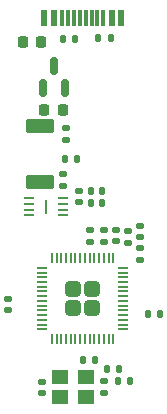
<source format=gbr>
%TF.GenerationSoftware,KiCad,Pcbnew,9.0.1*%
%TF.CreationDate,2026-01-11T04:45:36+00:00*%
%TF.ProjectId,heidi-pico,68656964-692d-4706-9963-6f2e6b696361,rev?*%
%TF.SameCoordinates,Original*%
%TF.FileFunction,Paste,Top*%
%TF.FilePolarity,Positive*%
%FSLAX46Y46*%
G04 Gerber Fmt 4.6, Leading zero omitted, Abs format (unit mm)*
G04 Created by KiCad (PCBNEW 9.0.1) date 2026-01-11 04:45:36*
%MOMM*%
%LPD*%
G01*
G04 APERTURE LIST*
G04 Aperture macros list*
%AMRoundRect*
0 Rectangle with rounded corners*
0 $1 Rounding radius*
0 $2 $3 $4 $5 $6 $7 $8 $9 X,Y pos of 4 corners*
0 Add a 4 corners polygon primitive as box body*
4,1,4,$2,$3,$4,$5,$6,$7,$8,$9,$2,$3,0*
0 Add four circle primitives for the rounded corners*
1,1,$1+$1,$2,$3*
1,1,$1+$1,$4,$5*
1,1,$1+$1,$6,$7*
1,1,$1+$1,$8,$9*
0 Add four rect primitives between the rounded corners*
20,1,$1+$1,$2,$3,$4,$5,0*
20,1,$1+$1,$4,$5,$6,$7,0*
20,1,$1+$1,$6,$7,$8,$9,0*
20,1,$1+$1,$8,$9,$2,$3,0*%
G04 Aperture macros list end*
%ADD10RoundRect,0.040000X-0.040000X-0.605000X0.040000X-0.605000X0.040000X0.605000X-0.040000X0.605000X0*%
%ADD11RoundRect,0.062500X-0.387500X-0.062500X0.387500X-0.062500X0.387500X0.062500X-0.387500X0.062500X0*%
%ADD12RoundRect,0.140000X-0.140000X-0.170000X0.140000X-0.170000X0.140000X0.170000X-0.140000X0.170000X0*%
%ADD13RoundRect,0.135000X-0.185000X0.135000X-0.185000X-0.135000X0.185000X-0.135000X0.185000X0.135000X0*%
%ADD14RoundRect,0.150000X0.150000X-0.587500X0.150000X0.587500X-0.150000X0.587500X-0.150000X-0.587500X0*%
%ADD15RoundRect,0.140000X0.170000X-0.140000X0.170000X0.140000X-0.170000X0.140000X-0.170000X-0.140000X0*%
%ADD16RoundRect,0.140000X-0.170000X0.140000X-0.170000X-0.140000X0.170000X-0.140000X0.170000X0.140000X0*%
%ADD17R,0.600000X1.450000*%
%ADD18R,0.300000X1.450000*%
%ADD19RoundRect,0.100000X-1.050000X0.525000X-1.050000X-0.525000X1.050000X-0.525000X1.050000X0.525000X0*%
%ADD20RoundRect,0.249999X-0.395001X-0.395001X0.395001X-0.395001X0.395001X0.395001X-0.395001X0.395001X0*%
%ADD21RoundRect,0.050000X-0.387500X-0.050000X0.387500X-0.050000X0.387500X0.050000X-0.387500X0.050000X0*%
%ADD22RoundRect,0.050000X-0.050000X-0.387500X0.050000X-0.387500X0.050000X0.387500X-0.050000X0.387500X0*%
%ADD23RoundRect,0.135000X0.135000X0.185000X-0.135000X0.185000X-0.135000X-0.185000X0.135000X-0.185000X0*%
%ADD24RoundRect,0.135000X-0.135000X-0.185000X0.135000X-0.185000X0.135000X0.185000X-0.135000X0.185000X0*%
%ADD25R,1.400000X1.200000*%
%ADD26RoundRect,0.225000X-0.225000X-0.250000X0.225000X-0.250000X0.225000X0.250000X-0.225000X0.250000X0*%
%ADD27RoundRect,0.140000X0.140000X0.170000X-0.140000X0.170000X-0.140000X-0.170000X0.140000X-0.170000X0*%
%ADD28RoundRect,0.225000X0.225000X0.250000X-0.225000X0.250000X-0.225000X-0.250000X0.225000X-0.250000X0*%
G04 APERTURE END LIST*
D10*
%TO.C,U3*%
X89250000Y-97000000D03*
D11*
X87825000Y-96250000D03*
X87825000Y-96750000D03*
X87825000Y-97250000D03*
X87825000Y-97750000D03*
X90675000Y-97750000D03*
X90675000Y-97250000D03*
X90675000Y-96750000D03*
X90675000Y-96250000D03*
%TD*%
D12*
%TO.C,C5*%
X93070000Y-95660000D03*
X94030000Y-95660000D03*
%TD*%
%TO.C,C10*%
X94450000Y-110750000D03*
X95410000Y-110750000D03*
%TD*%
D13*
%TO.C,R6*%
X90960000Y-90360000D03*
X90960000Y-91380000D03*
%TD*%
D14*
%TO.C,U2*%
X88960000Y-86967500D03*
X90860000Y-86967500D03*
X89910000Y-85092500D03*
%TD*%
D15*
%TO.C,C7*%
X97180000Y-101480000D03*
X97180000Y-100520000D03*
%TD*%
D12*
%TO.C,C8*%
X97920000Y-106080000D03*
X98880000Y-106080000D03*
%TD*%
D16*
%TO.C,C15*%
X94190000Y-111790000D03*
X94190000Y-112750000D03*
%TD*%
D17*
%TO.C,J1*%
X95600000Y-81007000D03*
X94800000Y-81007000D03*
D18*
X93600000Y-81007000D03*
X92600000Y-81007000D03*
X92100000Y-81007000D03*
X91100000Y-81007000D03*
D17*
X89900000Y-81007000D03*
X89100000Y-81007000D03*
X89100000Y-81007000D03*
X89900000Y-81007000D03*
D18*
X90600000Y-81007000D03*
X91600000Y-81007000D03*
X93100000Y-81007000D03*
X94100000Y-81007000D03*
D17*
X94800000Y-81007000D03*
X95600000Y-81007000D03*
%TD*%
D19*
%TO.C,SW1*%
X88720000Y-94955000D03*
X88720000Y-90205000D03*
%TD*%
D20*
%TO.C,U1*%
X91540000Y-103980000D03*
X91540000Y-105580000D03*
X93140000Y-103980000D03*
X93140000Y-105580000D03*
D21*
X88902500Y-102180000D03*
X88902500Y-102580000D03*
X88902500Y-102980000D03*
X88902500Y-103380000D03*
X88902500Y-103780000D03*
X88902500Y-104180000D03*
X88902500Y-104580000D03*
X88902500Y-104980000D03*
X88902500Y-105380000D03*
X88902500Y-105780000D03*
X88902500Y-106180000D03*
X88902500Y-106580000D03*
X88902500Y-106980000D03*
X88902500Y-107380000D03*
D22*
X89740000Y-108217500D03*
X90140000Y-108217500D03*
X90540000Y-108217500D03*
X90940000Y-108217500D03*
X91340000Y-108217500D03*
X91740000Y-108217500D03*
X92140000Y-108217500D03*
X92540000Y-108217500D03*
X92940000Y-108217500D03*
X93340000Y-108217500D03*
X93740000Y-108217500D03*
X94140000Y-108217500D03*
X94540000Y-108217500D03*
X94940000Y-108217500D03*
D21*
X95777500Y-107380000D03*
X95777500Y-106980000D03*
X95777500Y-106580000D03*
X95777500Y-106180000D03*
X95777500Y-105780000D03*
X95777500Y-105380000D03*
X95777500Y-104980000D03*
X95777500Y-104580000D03*
X95777500Y-104180000D03*
X95777500Y-103780000D03*
X95777500Y-103380000D03*
X95777500Y-102980000D03*
X95777500Y-102580000D03*
X95777500Y-102180000D03*
D22*
X94940000Y-101342500D03*
X94540000Y-101342500D03*
X94140000Y-101342500D03*
X93740000Y-101342500D03*
X93340000Y-101342500D03*
X92940000Y-101342500D03*
X92540000Y-101342500D03*
X92140000Y-101342500D03*
X91740000Y-101342500D03*
X91340000Y-101342500D03*
X90940000Y-101342500D03*
X90540000Y-101342500D03*
X90140000Y-101342500D03*
X89740000Y-101342500D03*
%TD*%
D23*
%TO.C,R5*%
X91880000Y-92990000D03*
X90860000Y-92990000D03*
%TD*%
D24*
%TO.C,R3*%
X93690000Y-82750000D03*
X94710000Y-82750000D03*
%TD*%
D12*
%TO.C,C9*%
X93070000Y-96710000D03*
X94030000Y-96710000D03*
%TD*%
D25*
%TO.C,Y1*%
X90450000Y-113120000D03*
X92650000Y-113120000D03*
X92650000Y-111420000D03*
X90450000Y-111420000D03*
%TD*%
D15*
%TO.C,C1*%
X95150000Y-99920000D03*
X95150000Y-98960000D03*
%TD*%
D23*
%TO.C,R7*%
X93430000Y-109980000D03*
X92410000Y-109980000D03*
%TD*%
%TO.C,R4*%
X91710000Y-82840000D03*
X90690000Y-82840000D03*
%TD*%
D16*
%TO.C,C14*%
X88910000Y-111820000D03*
X88910000Y-112780000D03*
%TD*%
D15*
%TO.C,C11*%
X96180000Y-100060000D03*
X96180000Y-99100000D03*
%TD*%
%TO.C,C2*%
X92050000Y-96620000D03*
X92050000Y-95660000D03*
%TD*%
%TO.C,C16*%
X90670000Y-95230000D03*
X90670000Y-94270000D03*
%TD*%
D26*
%TO.C,C13*%
X87295000Y-83100000D03*
X88845000Y-83100000D03*
%TD*%
D15*
%TO.C,C6*%
X97170000Y-99570000D03*
X97170000Y-98610000D03*
%TD*%
D27*
%TO.C,C3*%
X96340000Y-111750000D03*
X95380000Y-111750000D03*
%TD*%
D13*
%TO.C,R1*%
X92960000Y-98950000D03*
X92960000Y-99970000D03*
%TD*%
D28*
%TO.C,C12*%
X90660000Y-88780000D03*
X89110000Y-88780000D03*
%TD*%
D13*
%TO.C,R2*%
X94140000Y-98950000D03*
X94140000Y-99970000D03*
%TD*%
D15*
%TO.C,C4*%
X86000000Y-105740000D03*
X86000000Y-104780000D03*
%TD*%
M02*

</source>
